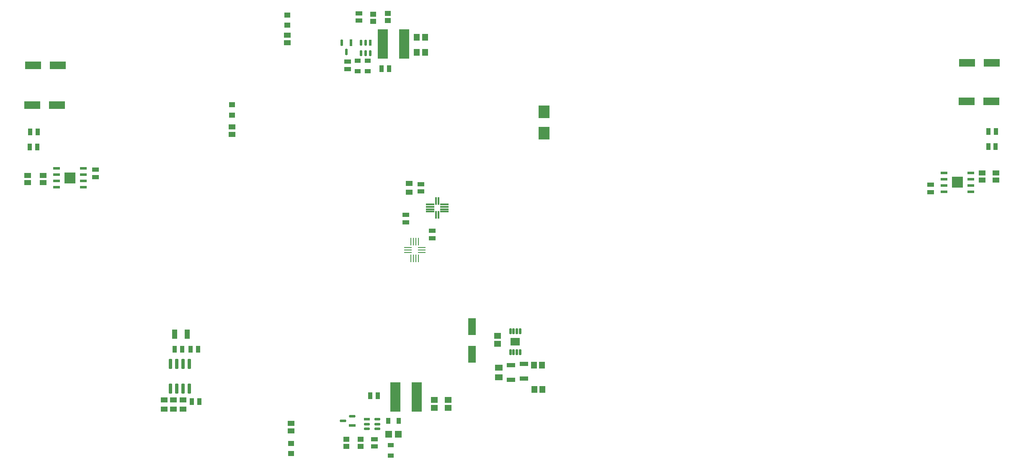
<source format=gtp>
G04*
G04 #@! TF.GenerationSoftware,Altium Limited,Altium Designer,25.8.1 (18)*
G04*
G04 Layer_Color=8421504*
%FSLAX44Y44*%
%MOMM*%
G71*
G04*
G04 #@! TF.SameCoordinates,3252FE53-E486-4FD3-897B-B0AFD7199433*
G04*
G04*
G04 #@! TF.FilePolarity,Positive*
G04*
G01*
G75*
%ADD17R,1.6912X0.3131*%
%ADD18R,0.3131X1.5642*%
%ADD19R,1.6912X0.3131*%
G04:AMPARAMS|DCode=20|XSize=1.97mm|YSize=0.6mm|CornerRadius=0.075mm|HoleSize=0mm|Usage=FLASHONLY|Rotation=270.000|XOffset=0mm|YOffset=0mm|HoleType=Round|Shape=RoundedRectangle|*
%AMROUNDEDRECTD20*
21,1,1.9700,0.4500,0,0,270.0*
21,1,1.8200,0.6000,0,0,270.0*
1,1,0.1500,-0.2250,-0.9100*
1,1,0.1500,-0.2250,0.9100*
1,1,0.1500,0.2250,0.9100*
1,1,0.1500,0.2250,-0.9100*
%
%ADD20ROUNDEDRECTD20*%
%ADD21R,1.3500X1.0000*%
%ADD22R,0.9500X1.3500*%
%ADD23R,3.2000X1.6000*%
%ADD24R,2.2900X2.2900*%
%ADD25R,1.4500X0.6000*%
%ADD26R,1.3082X1.0057*%
%ADD27R,1.2546X1.4562*%
%ADD28R,1.3500X0.9500*%
G04:AMPARAMS|DCode=29|XSize=0.45mm|YSize=1.15mm|CornerRadius=0.0495mm|HoleSize=0mm|Usage=FLASHONLY|Rotation=180.000|XOffset=0mm|YOffset=0mm|HoleType=Round|Shape=RoundedRectangle|*
%AMROUNDEDRECTD29*
21,1,0.4500,1.0510,0,0,180.0*
21,1,0.3510,1.1500,0,0,180.0*
1,1,0.0990,-0.1755,0.5255*
1,1,0.0990,0.1755,0.5255*
1,1,0.0990,0.1755,-0.5255*
1,1,0.0990,-0.1755,-0.5255*
%
%ADD29ROUNDEDRECTD29*%
%ADD30R,1.3000X1.4500*%
G04:AMPARAMS|DCode=31|XSize=1.57mm|YSize=1.89mm|CornerRadius=0.0471mm|HoleSize=0mm|Usage=FLASHONLY|Rotation=90.000|XOffset=0mm|YOffset=0mm|HoleType=Round|Shape=RoundedRectangle|*
%AMROUNDEDRECTD31*
21,1,1.5700,1.7958,0,0,90.0*
21,1,1.4758,1.8900,0,0,90.0*
1,1,0.0942,0.8979,0.7379*
1,1,0.0942,0.8979,-0.7379*
1,1,0.0942,-0.8979,-0.7379*
1,1,0.0942,-0.8979,0.7379*
%
%ADD31ROUNDEDRECTD31*%
%ADD32R,1.5750X0.2800*%
%ADD33R,1.4500X1.3000*%
%ADD34R,1.6000X3.5000*%
%ADD35R,1.4562X1.2546*%
%ADD36R,1.3000X0.9000*%
%ADD37R,0.5321X1.2544*%
%ADD38R,0.5868X1.3587*%
%ADD39R,1.2544X0.5321*%
%ADD40R,1.3587X0.5868*%
%ADD41R,2.3000X2.5000*%
%ADD42R,1.3000X1.1000*%
%ADD43R,1.3500X0.9500*%
%ADD44R,2.0000X6.0000*%
G04:AMPARAMS|DCode=45|XSize=1.3587mm|YSize=0.5868mm|CornerRadius=0.2934mm|HoleSize=0mm|Usage=FLASHONLY|Rotation=270.000|XOffset=0mm|YOffset=0mm|HoleType=Round|Shape=RoundedRectangle|*
%AMROUNDEDRECTD45*
21,1,1.3587,0.0000,0,0,270.0*
21,1,0.7719,0.5868,0,0,270.0*
1,1,0.5868,0.0000,-0.3859*
1,1,0.5868,0.0000,0.3859*
1,1,0.5868,0.0000,0.3859*
1,1,0.5868,0.0000,-0.3859*
%
%ADD45ROUNDEDRECTD45*%
%ADD46R,0.9000X1.3000*%
G04:AMPARAMS|DCode=47|XSize=1.3587mm|YSize=0.5868mm|CornerRadius=0.2934mm|HoleSize=0mm|Usage=FLASHONLY|Rotation=180.000|XOffset=0mm|YOffset=0mm|HoleType=Round|Shape=RoundedRectangle|*
%AMROUNDEDRECTD47*
21,1,1.3587,0.0000,0,0,180.0*
21,1,0.7719,0.5868,0,0,180.0*
1,1,0.5868,-0.3859,0.0000*
1,1,0.5868,0.3859,0.0000*
1,1,0.5868,0.3859,0.0000*
1,1,0.5868,-0.3859,0.0000*
%
%ADD47ROUNDEDRECTD47*%
G04:AMPARAMS|DCode=48|XSize=1.2544mm|YSize=0.5321mm|CornerRadius=0.2661mm|HoleSize=0mm|Usage=FLASHONLY|Rotation=0.000|XOffset=0mm|YOffset=0mm|HoleType=Round|Shape=RoundedRectangle|*
%AMROUNDEDRECTD48*
21,1,1.2544,0.0000,0,0,0.0*
21,1,0.7223,0.5321,0,0,0.0*
1,1,0.5321,0.3611,0.0000*
1,1,0.5321,-0.3611,0.0000*
1,1,0.5321,-0.3611,0.0000*
1,1,0.5321,0.3611,0.0000*
%
%ADD48ROUNDEDRECTD48*%
%ADD49R,1.5000X1.3000*%
%ADD50R,1.7000X0.9000*%
%ADD51R,0.2800X1.5750*%
G04:AMPARAMS|DCode=52|XSize=1.2544mm|YSize=0.5321mm|CornerRadius=0.2661mm|HoleSize=0mm|Usage=FLASHONLY|Rotation=270.000|XOffset=0mm|YOffset=0mm|HoleType=Round|Shape=RoundedRectangle|*
%AMROUNDEDRECTD52*
21,1,1.2544,0.0000,0,0,270.0*
21,1,0.7223,0.5321,0,0,270.0*
1,1,0.5321,0.0000,-0.3611*
1,1,0.5321,0.0000,0.3611*
1,1,0.5321,0.0000,0.3611*
1,1,0.5321,0.0000,-0.3611*
%
%ADD52ROUNDEDRECTD52*%
%ADD53R,1.3546X1.4621*%
%ADD54R,1.1000X1.9000*%
D17*
X861494Y561220D02*
D03*
Y546220D02*
D03*
X832686D02*
D03*
Y561220D02*
D03*
D18*
X844590Y539951D02*
D03*
X849590D02*
D03*
X844590Y567489D02*
D03*
X849590D02*
D03*
D19*
X861494Y551220D02*
D03*
X832686D02*
D03*
X861494Y556220D02*
D03*
X832686D02*
D03*
D20*
X320040Y188660D02*
D03*
X307340Y238060D02*
D03*
X332740Y188660D02*
D03*
X345440D02*
D03*
X307340D02*
D03*
X320040Y238060D02*
D03*
X332740D02*
D03*
X345440D02*
D03*
D21*
X313690Y165210D02*
D03*
X1948180Y609720D02*
D03*
X1976120D02*
D03*
X543560Y887970D02*
D03*
X431800Y702430D02*
D03*
X551180Y117990D02*
D03*
X50000Y604784D02*
D03*
X19050Y604640D02*
D03*
X332740Y165210D02*
D03*
X431800Y717430D02*
D03*
X789940Y585360D02*
D03*
Y603360D02*
D03*
X543560Y902970D02*
D03*
X551180Y102990D02*
D03*
X332740Y147210D02*
D03*
X313690D02*
D03*
X294640Y165210D02*
D03*
Y147210D02*
D03*
X1976120Y624720D02*
D03*
X1948180D02*
D03*
X50000Y619784D02*
D03*
X19050Y619640D02*
D03*
D22*
X1976000Y708660D02*
D03*
X1975880Y678180D02*
D03*
X39250Y707390D02*
D03*
X37980Y676910D02*
D03*
X363100Y267970D02*
D03*
X316470D02*
D03*
X365640Y162560D02*
D03*
X1961000Y708660D02*
D03*
X1960880Y678180D02*
D03*
X24250Y707390D02*
D03*
X22980Y676910D02*
D03*
X749180Y835660D02*
D03*
X734180D02*
D03*
X726320Y173990D02*
D03*
X711320D02*
D03*
X350640Y162560D02*
D03*
X331470Y267970D02*
D03*
X348100D02*
D03*
D23*
X1968100Y847090D02*
D03*
X1966830Y769620D02*
D03*
X79610Y842010D02*
D03*
X78340Y762000D02*
D03*
X1918100Y847090D02*
D03*
X1916830Y769620D02*
D03*
X29610Y842010D02*
D03*
X28340Y762000D02*
D03*
D24*
X1898650Y605790D02*
D03*
X104140Y614680D02*
D03*
D25*
X1871400Y624840D02*
D03*
X131390Y595630D02*
D03*
X1925900Y586740D02*
D03*
X76890Y633730D02*
D03*
X1925900Y599440D02*
D03*
Y624840D02*
D03*
X1871400Y599440D02*
D03*
X131390Y608330D02*
D03*
Y621030D02*
D03*
X1871400Y612140D02*
D03*
X76890Y621030D02*
D03*
Y608330D02*
D03*
Y595630D02*
D03*
X131390Y633730D02*
D03*
X1871400Y586740D02*
D03*
X1925900Y612140D02*
D03*
D26*
X746760Y947062D02*
D03*
X717550Y945792D02*
D03*
X692150Y71478D02*
D03*
X662940D02*
D03*
X746760Y932538D02*
D03*
X717550Y931268D02*
D03*
X692150Y86002D02*
D03*
X662940D02*
D03*
D27*
X822328Y899160D02*
D03*
Y868680D02*
D03*
X805812D02*
D03*
Y899160D02*
D03*
D28*
X1844040Y600590D02*
D03*
X814070Y601980D02*
D03*
X837181Y492500D02*
D03*
X783590Y539630D02*
D03*
X688340Y947300D02*
D03*
X156210Y616070D02*
D03*
X720090Y71240D02*
D03*
X783590Y524630D02*
D03*
X156210Y631070D02*
D03*
X1844040Y585590D02*
D03*
X814070Y586980D02*
D03*
X837181Y507500D02*
D03*
X688340Y932300D02*
D03*
X720090Y86240D02*
D03*
D29*
X1001320Y304460D02*
D03*
X994820Y261960D02*
D03*
X1001320D02*
D03*
X1007820D02*
D03*
X1014320D02*
D03*
X994820Y304460D02*
D03*
X1007820D02*
D03*
X1014320D02*
D03*
D30*
X1058290Y236220D02*
D03*
X1059560Y186690D02*
D03*
X1043560D02*
D03*
X1042290Y236220D02*
D03*
D31*
X1004570Y283210D02*
D03*
D32*
X787240Y468630D02*
D03*
Y463630D02*
D03*
X815500Y473630D02*
D03*
Y463630D02*
D03*
Y468630D02*
D03*
X787240Y473630D02*
D03*
D33*
X969010Y279020D02*
D03*
Y295020D02*
D03*
D34*
X916940Y257750D02*
D03*
Y313750D02*
D03*
D35*
X868680Y149222D02*
D03*
X840740D02*
D03*
Y165738D02*
D03*
X868680D02*
D03*
D36*
X753110Y53000D02*
D03*
X685800Y830240D02*
D03*
X706120D02*
D03*
X685800Y851240D02*
D03*
X706120D02*
D03*
X753110Y74000D02*
D03*
D37*
X711810Y888073D02*
D03*
D38*
X672090Y888107D02*
D03*
D39*
X704507Y126340D02*
D03*
D40*
X674747Y114040D02*
D03*
D41*
X1062990Y747940D02*
D03*
Y704940D02*
D03*
D42*
X543560Y943950D02*
D03*
X431800Y762340D02*
D03*
Y741340D02*
D03*
X543560Y922950D02*
D03*
X551180Y56810D02*
D03*
Y77810D02*
D03*
D43*
X665480Y834260D02*
D03*
Y849760D02*
D03*
D44*
X779690Y885190D02*
D03*
X736690D02*
D03*
X805090Y171450D02*
D03*
X762090D02*
D03*
D45*
X662940Y869573D02*
D03*
X653790Y888107D02*
D03*
D46*
X768690Y123190D02*
D03*
X747690D02*
D03*
D47*
X656213D02*
D03*
X674747Y132340D02*
D03*
D48*
X725513Y126340D02*
D03*
Y116840D02*
D03*
Y107340D02*
D03*
X704507D02*
D03*
Y116840D02*
D03*
D49*
X971550Y230730D02*
D03*
Y211230D02*
D03*
D50*
X995680Y206480D02*
D03*
Y235480D02*
D03*
X1022350Y238020D02*
D03*
Y209020D02*
D03*
D51*
X793870Y452010D02*
D03*
X798870D02*
D03*
X803870D02*
D03*
X808870D02*
D03*
Y485250D02*
D03*
X798870D02*
D03*
X803870D02*
D03*
X793870D02*
D03*
D52*
X702310Y888073D02*
D03*
X692810D02*
D03*
Y867067D02*
D03*
X702310D02*
D03*
X711810D02*
D03*
D53*
X767948Y96520D02*
D03*
X748432D02*
D03*
D54*
X341430Y298450D02*
D03*
X316430D02*
D03*
M02*

</source>
